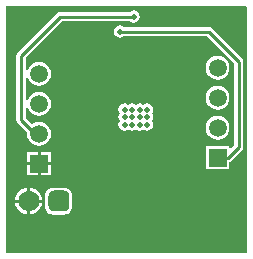
<source format=gbl>
G04 Layer_Physical_Order=2*
G04 Layer_Color=11436288*
%FSLAX25Y25*%
%MOIN*%
G70*
G01*
G75*
%ADD15C,0.01000*%
%ADD19C,0.07000*%
G04:AMPARAMS|DCode=20|XSize=70mil|YSize=70mil|CornerRadius=17.5mil|HoleSize=0mil|Usage=FLASHONLY|Rotation=180.000|XOffset=0mil|YOffset=0mil|HoleType=Round|Shape=RoundedRectangle|*
%AMROUNDEDRECTD20*
21,1,0.07000,0.03500,0,0,180.0*
21,1,0.03500,0.07000,0,0,180.0*
1,1,0.03500,-0.01750,0.01750*
1,1,0.03500,0.01750,0.01750*
1,1,0.03500,0.01750,-0.01750*
1,1,0.03500,-0.01750,-0.01750*
%
%ADD20ROUNDEDRECTD20*%
%ADD21C,0.05906*%
%ADD22R,0.05906X0.05906*%
%ADD23C,0.02000*%
G36*
X265250Y302250D02*
Y220603D01*
X264896Y220250D01*
X185250D01*
X185000Y220354D01*
Y302500D01*
X265000D01*
X265250Y302250D01*
D02*
G37*
%LPC*%
G36*
X193000Y241973D02*
Y238000D01*
X196973D01*
X196884Y238675D01*
X196431Y239769D01*
X195709Y240709D01*
X194769Y241431D01*
X193675Y241884D01*
X193000Y241973D01*
D02*
G37*
G36*
X195500Y249500D02*
X192047D01*
Y246047D01*
X195500D01*
Y249500D01*
D02*
G37*
G36*
X199953D02*
X196500D01*
Y246047D01*
X199953D01*
Y249500D01*
D02*
G37*
G36*
X192000Y241973D02*
X191325Y241884D01*
X190231Y241431D01*
X189291Y240709D01*
X188569Y239769D01*
X188116Y238675D01*
X188027Y238000D01*
X192000D01*
Y241973D01*
D02*
G37*
G36*
X204250Y242024D02*
X200750D01*
X200032Y241929D01*
X199363Y241652D01*
X198789Y241211D01*
X198348Y240637D01*
X198071Y239968D01*
X197976Y239250D01*
Y235750D01*
X198071Y235032D01*
X198348Y234363D01*
X198789Y233789D01*
X199363Y233348D01*
X200032Y233071D01*
X200750Y232976D01*
X204250D01*
X204968Y233071D01*
X205637Y233348D01*
X206211Y233789D01*
X206652Y234363D01*
X206929Y235032D01*
X207024Y235750D01*
Y239250D01*
X206929Y239968D01*
X206652Y240637D01*
X206211Y241211D01*
X205637Y241652D01*
X204968Y241929D01*
X204250Y242024D01*
D02*
G37*
G36*
X192000Y237000D02*
X188027D01*
X188116Y236325D01*
X188569Y235231D01*
X189291Y234291D01*
X190231Y233569D01*
X191325Y233116D01*
X192000Y233027D01*
Y237000D01*
D02*
G37*
G36*
X196973D02*
X193000D01*
Y233027D01*
X193675Y233116D01*
X194769Y233569D01*
X195709Y234291D01*
X196431Y235231D01*
X196884Y236325D01*
X196973Y237000D01*
D02*
G37*
G36*
X232000Y270039D02*
X231220Y269884D01*
X230750Y269570D01*
X230280Y269884D01*
X229500Y270039D01*
X228720Y269884D01*
X228250Y269570D01*
X227780Y269884D01*
X227000Y270039D01*
X226220Y269884D01*
X225750Y269570D01*
X225280Y269884D01*
X224500Y270039D01*
X223720Y269884D01*
X223058Y269442D01*
X222616Y268780D01*
X222461Y268000D01*
X222616Y267220D01*
X222930Y266750D01*
X222616Y266280D01*
X222461Y265500D01*
X222616Y264720D01*
X222930Y264250D01*
X222616Y263780D01*
X222461Y263000D01*
X222616Y262220D01*
X223058Y261558D01*
X223720Y261116D01*
X224500Y260961D01*
X225280Y261116D01*
X225750Y261430D01*
X226220Y261116D01*
X227000Y260961D01*
X227780Y261116D01*
X228250Y261430D01*
X228720Y261116D01*
X229500Y260961D01*
X230280Y261116D01*
X230750Y261430D01*
X231220Y261116D01*
X232000Y260961D01*
X232780Y261116D01*
X233442Y261558D01*
X233884Y262220D01*
X234039Y263000D01*
X233884Y263780D01*
X233570Y264250D01*
X233884Y264720D01*
X234039Y265500D01*
X233884Y266280D01*
X233570Y266750D01*
X233884Y267220D01*
X234039Y268000D01*
X233884Y268780D01*
X233442Y269442D01*
X232780Y269884D01*
X232000Y270039D01*
D02*
G37*
G36*
X255500Y275987D02*
X254468Y275851D01*
X253507Y275453D01*
X252681Y274819D01*
X252047Y273993D01*
X251649Y273032D01*
X251513Y272000D01*
X251649Y270968D01*
X252047Y270007D01*
X252681Y269181D01*
X253507Y268547D01*
X254468Y268149D01*
X255500Y268013D01*
X256532Y268149D01*
X257493Y268547D01*
X258319Y269181D01*
X258953Y270007D01*
X259351Y270968D01*
X259487Y272000D01*
X259351Y273032D01*
X258953Y273993D01*
X258319Y274819D01*
X257493Y275453D01*
X256532Y275851D01*
X255500Y275987D01*
D02*
G37*
G36*
X227500Y301039D02*
X226720Y300884D01*
X226189Y300529D01*
X203000D01*
X202415Y300413D01*
X201919Y300081D01*
X188919Y287081D01*
X188587Y286585D01*
X188471Y286000D01*
Y264500D01*
X188587Y263915D01*
X188919Y263419D01*
X192051Y260286D01*
X192013Y260000D01*
X192149Y258968D01*
X192547Y258007D01*
X193181Y257181D01*
X194007Y256547D01*
X194968Y256149D01*
X196000Y256013D01*
X197032Y256149D01*
X197993Y256547D01*
X198819Y257181D01*
X199453Y258007D01*
X199851Y258968D01*
X199987Y260000D01*
X199851Y261032D01*
X199453Y261993D01*
X198819Y262819D01*
X197993Y263453D01*
X197032Y263851D01*
X196000Y263987D01*
X194968Y263851D01*
X194007Y263453D01*
X193556Y263107D01*
X191529Y265134D01*
Y269844D01*
X191982Y269873D01*
X192010Y269875D01*
X192027Y269876D01*
X192029Y269877D01*
X192060Y269646D01*
Y269646D01*
X192149Y268968D01*
X192547Y268007D01*
X193181Y267181D01*
X194007Y266547D01*
X194968Y266149D01*
X196000Y266013D01*
X197032Y266149D01*
X197993Y266547D01*
X198819Y267181D01*
X199453Y268007D01*
X199851Y268968D01*
X199987Y270000D01*
X199851Y271032D01*
X199453Y271993D01*
X198819Y272819D01*
X197993Y273453D01*
X197032Y273851D01*
X196000Y273987D01*
X194968Y273851D01*
X194007Y273453D01*
X193181Y272819D01*
X192547Y271993D01*
X192149Y271032D01*
X192060Y270354D01*
Y270354D01*
X192029Y270124D01*
X192027Y270124D01*
X192010Y270125D01*
X191982Y270127D01*
X191529Y270156D01*
Y279844D01*
X191982Y279873D01*
X192010Y279875D01*
X192027Y279876D01*
X192029Y279876D01*
X192060Y279646D01*
Y279646D01*
X192149Y278968D01*
X192547Y278007D01*
X193181Y277181D01*
X194007Y276547D01*
X194968Y276149D01*
X196000Y276013D01*
X197032Y276149D01*
X197993Y276547D01*
X198819Y277181D01*
X199453Y278007D01*
X199851Y278968D01*
X199987Y280000D01*
X199851Y281032D01*
X199453Y281993D01*
X198819Y282819D01*
X197993Y283453D01*
X197032Y283851D01*
X196000Y283987D01*
X194968Y283851D01*
X194007Y283453D01*
X193181Y282819D01*
X192547Y281993D01*
X192149Y281032D01*
X192060Y280354D01*
Y280354D01*
X192029Y280123D01*
X192027Y280124D01*
X192010Y280125D01*
X191982Y280127D01*
X191529Y280156D01*
Y285367D01*
X203633Y297471D01*
X226189D01*
X226720Y297116D01*
X227500Y296961D01*
X228280Y297116D01*
X228942Y297558D01*
X229384Y298220D01*
X229539Y299000D01*
X229384Y299780D01*
X228942Y300442D01*
X228280Y300884D01*
X227500Y301039D01*
D02*
G37*
G36*
X255500Y285987D02*
X254468Y285851D01*
X253507Y285453D01*
X252681Y284819D01*
X252047Y283993D01*
X251649Y283032D01*
X251513Y282000D01*
X251649Y280968D01*
X252047Y280007D01*
X252681Y279181D01*
X253507Y278547D01*
X254468Y278149D01*
X255500Y278013D01*
X256532Y278149D01*
X257493Y278547D01*
X258319Y279181D01*
X258953Y280007D01*
X259351Y280968D01*
X259487Y282000D01*
X259351Y283032D01*
X258953Y283993D01*
X258319Y284819D01*
X257493Y285453D01*
X256532Y285851D01*
X255500Y285987D01*
D02*
G37*
G36*
X199953Y253953D02*
X196500D01*
Y250500D01*
X199953D01*
Y253953D01*
D02*
G37*
G36*
X195500D02*
X192047D01*
Y250500D01*
X195500D01*
Y253953D01*
D02*
G37*
G36*
X255500Y265987D02*
X254468Y265851D01*
X253507Y265453D01*
X252681Y264819D01*
X252047Y263993D01*
X251649Y263032D01*
X251513Y262000D01*
X251649Y260968D01*
X252047Y260007D01*
X252681Y259181D01*
X253507Y258547D01*
X254468Y258149D01*
X255500Y258013D01*
X256532Y258149D01*
X257493Y258547D01*
X258319Y259181D01*
X258953Y260007D01*
X259351Y260968D01*
X259487Y262000D01*
X259351Y263032D01*
X258953Y263993D01*
X258319Y264819D01*
X257493Y265453D01*
X256532Y265851D01*
X255500Y265987D01*
D02*
G37*
G36*
X223000Y296039D02*
X222220Y295884D01*
X221558Y295442D01*
X221116Y294780D01*
X220961Y294000D01*
X221116Y293220D01*
X221558Y292558D01*
X222220Y292116D01*
X223000Y291961D01*
X223780Y292116D01*
X224311Y292471D01*
X251867D01*
X260971Y283366D01*
Y256134D01*
X259915Y255078D01*
X259453Y255269D01*
Y255953D01*
X251547D01*
Y248047D01*
X259453D01*
Y250561D01*
X259585Y250587D01*
X260081Y250919D01*
X263581Y254419D01*
X263913Y254915D01*
X264029Y255500D01*
Y284000D01*
X263913Y284585D01*
X263581Y285081D01*
X253581Y295081D01*
X253085Y295413D01*
X252500Y295529D01*
X224311D01*
X223780Y295884D01*
X223000Y296039D01*
D02*
G37*
%LPD*%
D15*
X255500Y252000D02*
X259000D01*
X262500Y255500D01*
X223000Y294000D02*
X252500D01*
X262500Y284000D01*
Y255500D02*
Y284000D01*
X203000Y299000D02*
X227500D01*
X190000Y286000D02*
X203000Y299000D01*
X190000Y264500D02*
Y286000D01*
Y264500D02*
X194500Y260000D01*
X196000D01*
D19*
X192500Y237500D02*
D03*
D20*
X202500D02*
D03*
D21*
X255500Y282000D02*
D03*
Y272000D02*
D03*
Y262000D02*
D03*
X196000Y280000D02*
D03*
Y270000D02*
D03*
Y260000D02*
D03*
D22*
X255500Y252000D02*
D03*
X196000Y250000D02*
D03*
D23*
X223000Y294000D02*
D03*
X232000Y263000D02*
D03*
X229500D02*
D03*
X227000D02*
D03*
X224500D02*
D03*
Y265500D02*
D03*
X227000D02*
D03*
X229500D02*
D03*
X232000D02*
D03*
Y268000D02*
D03*
X229500D02*
D03*
X227000D02*
D03*
X224500D02*
D03*
X227500Y299000D02*
D03*
M02*

</source>
